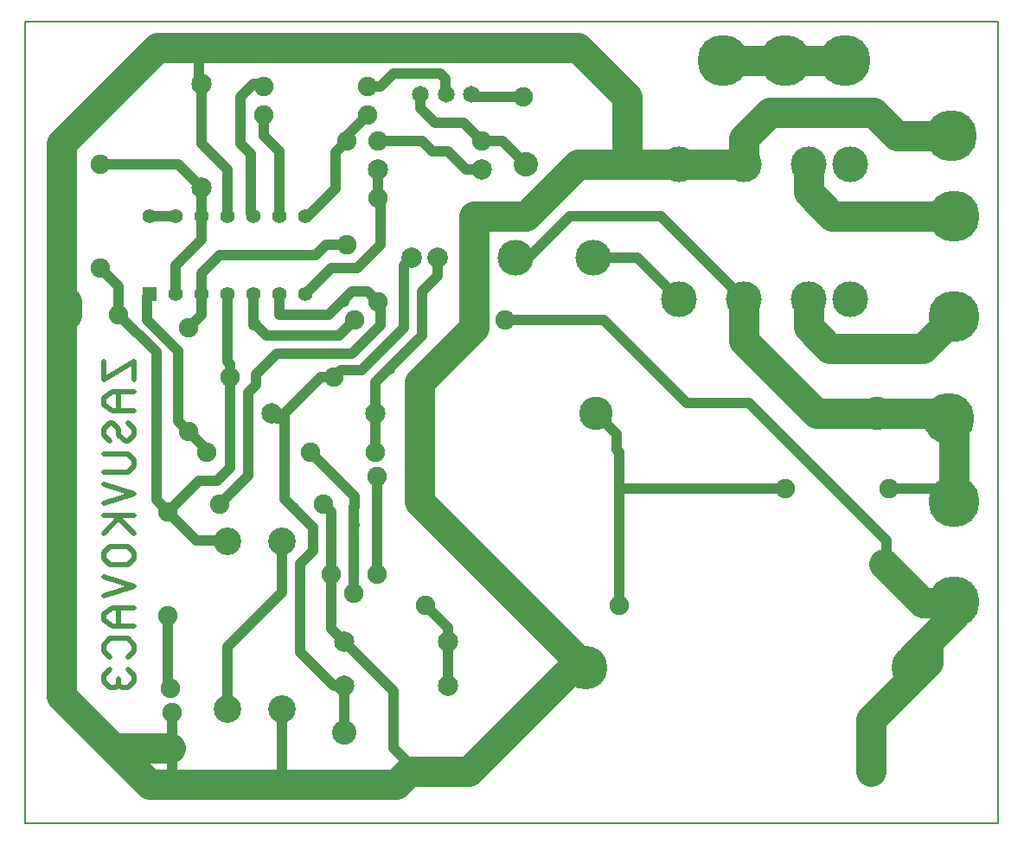
<source format=gbr>
%AMTOOL8*
1,1,0.0750,0,0*
%
%AMTOOL9*
1,1,0.0750,0,0*
%
%AMTOOL10*
1,1,0.1287,0,0*
%
%AMTOOL11*
1,1,0.0940,0,0*
%
%AMTOOL12*
21,1,0.0550,0.0550,0.0000,0.0000,0.00*
%
%AMTOOL13*
1,1,0.0550,0,0*
%
%AMTOOL14*
1,1,0.1681,0,0*
%
%AMTOOL15*
1,1,0.0940,0,0*
%
%AMTOOL16*
1,1,0.1969,0,0*
%
%AMTOOL17*
1,1,0.1969,0,0*
%
%AMTOOL18*
1,1,0.1063,0,0*
%
%AMTOOL19*
1,1,0.1378,0,0*
%
%AMTOOL20*
1,1,0.1378,0,0*
%
%AMTOOL21*
1,1,0.0787,0,0*
%
%AMTOOL22*
1,1,0.0785,0,0*
%
%AMTOOL23*
1,1,0.0785,0,0*
%
%AMTOOL24*
1,1,0.0650,0,0*
%
%ADD10C,0.002*%
%ADD11C,2.048*%
%ADD12C,0.008*%
%ADD13C,0.039*%
%ADD14C,0.050*%
%ADD15C,0.118*%
%ADD16C,0.078*%
%ADD17C,0.019*%
%ADD18TOOL8*%
%ADD19TOOL9*%
%ADD20TOOL10*%
%ADD21TOOL11*%
%ADD22TOOL12*%
%ADD23TOOL13*%
%ADD24TOOL14*%
%ADD25TOOL15*%
%ADD26TOOL16*%
%ADD27TOOL17*%
%ADD28TOOL18*%
%ADD29TOOL19*%
%ADD30TOOL20*%
%ADD31TOOL21*%
%ADD32TOOL22*%
%ADD33TOOL23*%
%ADD34TOOL24*%
%FSLAX34Y34*%
G01X0Y0D02*
G01X61000Y39500D02*
G54D12*
G01Y8600D01*
X23500D02*
Y39500D01*
X61000Y8600D02*
X23500D01*
X61000Y39500D02*
X23500D01*
G01X26506Y26396D02*
G54D17*
G01Y25684D01*
X27694Y26396*
Y25684*
Y25208D02*
X26862D01*
X26506Y24971*
Y24733*
X26862Y24496*
X27694*
X27100D02*
Y25208D01*
X27456Y24020D02*
X27694Y23783D01*
Y23545*
X27456Y23308*
X27338*
X27100Y23545*
Y23783*
X26862Y24020*
X26744*
X26506Y23783*
Y23545*
X26744Y23308*
X26506Y22832D02*
X27456D01*
X27694Y22595*
Y22357*
X27456Y22120*
X26506*
Y21644D02*
X27694Y21288D01*
X26506Y20932*
X27694Y20456D02*
X26506D01*
X27100D02*
Y20338D01*
X26506Y19744*
X27100Y20338D02*
X27694Y19744D01*
X27456Y19268D02*
X27694Y19031D01*
Y18793*
X27456Y18556*
X26744*
X26506Y18793*
Y19031*
X26744Y19268*
X27456*
X26506Y18080D02*
X27694Y17724D01*
X26506Y17368*
X27694Y16892D02*
X26862D01*
X26506Y16655*
Y16417*
X26862Y16180*
X27694*
X27100D02*
Y16892D01*
X27456Y14992D02*
X27694Y15229D01*
Y15467*
X27456Y15704*
X26744*
X26506Y15467*
Y15229*
X26744Y14992*
X27456Y14516D02*
X27694Y14279D01*
Y14041*
X27456Y13804*
X27219*
X27100Y13922*
Y14160*
Y13922D02*
X26981Y13804D01*
X26744*
X26506Y14041*
Y14279*
X26744Y14516*
G01X28300Y32000D02*
G54D13*
G01X29300D01*
X38732Y36700D02*
Y36168D01*
X39300Y35600*
X40400*
X41100Y34900*
X41900*
X42800Y34000*
X38800Y27400D02*
X37750Y26350D01*
X38800Y27400D02*
Y29100D01*
X39400Y29700*
Y30400*
X37550Y26150D02*
X37500Y26100D01*
X37550Y26150D02*
Y26100D01*
X37750Y26350D02*
X37550Y26150D01*
X37500Y26100D02*
X37550D01*
X37750Y26350D02*
X37000Y25600D01*
Y24400*
Y22900*
X30300Y28200D02*
X29800Y27700D01*
X30300Y29000D02*
Y28200D01*
Y29800D02*
Y29000D01*
X31000Y30500D02*
X30300Y29800D01*
X34700Y30500D02*
X31000D01*
X35100Y30900D02*
X34700Y30500D01*
X35900Y30900D02*
X35100D01*
X28200Y28900D02*
X28300Y29000D01*
X28200Y28000D02*
Y28900D01*
X29400Y26800D02*
X28200Y28000D01*
X29400Y26800D02*
Y24100D01*
X29800Y23700*
X30500Y23000*
Y22900*
X38930Y17000D02*
X39800Y16130D01*
Y15600*
Y13900*
X32200Y32100D02*
X32300Y32000D01*
X32200Y34400D02*
Y32100D01*
X31800Y34800D02*
X32200Y34400D01*
X31800Y35500D02*
Y34800D01*
Y35500D02*
Y36600D01*
X32300Y37100*
X32600*
X32700Y37000*
X29400Y34000D02*
X26400D01*
X30200Y33200D02*
X29400Y34000D01*
X30300Y33100D02*
X30200Y33200D01*
X30300Y32000D02*
Y33100D01*
Y32000D02*
Y31100D01*
X29300Y30100*
Y29000*
G01X61000Y39500D02*
G54D12*
G01Y8600D01*
X23500D02*
Y39500D01*
X61000Y8600D02*
X23500D01*
X61000Y39500D02*
X23500D01*
G01X36700Y37000D02*
G54D13*
G01X37200D01*
X37700Y37500*
X39500*
X39600Y37400*
X39500Y37500*
X39600Y37400D02*
X39700Y37300D01*
Y36700*
X39716*
X46300Y23600D02*
X45500Y24400D01*
X46300Y23000D02*
Y23600D01*
X46400Y22900D02*
X46300Y23000D01*
X46400Y21600D02*
Y22900D01*
Y17000D02*
Y21600D01*
X46500Y21500*
X52800*
X40800Y36600D02*
X40700Y36700D01*
X42700Y36600D02*
X40800D01*
X32700Y35100D02*
Y35900D01*
Y35100D02*
X33300Y34500D01*
Y32000*
X29000Y16600D02*
Y13900D01*
X29100Y13800*
G54D18*
X29800Y23700D03*
Y27700D03*
G54D19*
X36700Y35900D03*
X32700D03*
Y37000D03*
X36700D03*
X42000Y28000D03*
X36200D03*
X30500Y22900D03*
X34500D03*
X35000Y20900D03*
X31000D03*
G01X34400Y32000D02*
G54D13*
G01X34300D01*
X35450Y33050D02*
X34400Y32000D01*
X35450Y33050D02*
Y34450D01*
X35900Y34900*
Y35100*
X36700Y35900*
G54D20*
X45500Y24400D03*
X56333D03*
G54D21*
X56100Y10600D03*
X40600D03*
X41100Y18600D03*
X56600D03*
G54D22*
X28300Y29000D03*
G54D23*
X29300D03*
X30300D03*
X31300D03*
X32300D03*
X33300D03*
X34300D03*
Y32000D03*
X33300D03*
X32300D03*
X31300D03*
X30300D03*
X29300D03*
X28300D03*
G54D24*
X45100Y14600D03*
X57716D03*
G54D19*
X29100Y13800D03*
X29152Y12852D03*
X37000Y22900D03*
X37052Y21952D03*
X52800Y21500D03*
X56800D03*
G01X31300Y13000D02*
G54D13*
G01Y15400D01*
X32700Y16800*
X33400Y17500*
Y19468*
Y19500*
Y19468*
X36150Y17450D02*
Y19600D01*
Y20050D02*
X36200Y20100D01*
X36150Y20050*
Y19600*
Y20800*
X34500Y22900D02*
X36200Y21200D01*
Y20800*
X36150*
G54D19*
X35400Y25800D03*
X31400D03*
G54D18*
X35900Y30900D03*
Y34900D03*
X29000Y16600D03*
Y20600D03*
X37100Y28700D03*
Y32700D03*
X26400Y30000D03*
Y34000D03*
G54D19*
X42700Y36600D03*
X46700D03*
X37100Y34900D03*
X41100D03*
X25100Y28200D03*
X27100D03*
G54D21*
X42800Y34000D03*
X44800D03*
G54D25*
X35800Y12100D03*
Y10100D03*
G54D18*
X35300Y18200D03*
X36150Y17450D03*
X37050Y18200D03*
G01X42900Y30400D02*
G54D13*
G01X42400D01*
X43900Y31400D02*
X42900Y30400D01*
X44500Y32000D02*
X43900Y31400D01*
X45300Y32000D02*
X44500D01*
X48000D02*
X45300D01*
X49500Y30500D02*
X48000Y32000D01*
X49500Y30500D02*
X51200Y28800D01*
G01X51200Y28800D02*
G54D15*
G01X51180Y28780D01*
X51200D02*
Y28800D01*
G01X51200Y28800D02*
G54D13*
G01X51180Y28780D01*
X51200Y28800*
G01X51200Y28800D02*
G54D15*
G01X51180Y28780D01*
X51200D02*
Y28800D01*
X51180Y28780D02*
X51200D01*
Y27200*
X51180Y28780D02*
X51200D01*
X52100Y26300D02*
X51200Y27200D01*
X54000Y24400D02*
X52100Y26300D01*
X56300Y24400D02*
X54000D01*
X56300D02*
X56333D01*
X56300*
X59000D02*
X56333D01*
X59300Y24100D02*
X59000Y24400D01*
X59300Y24100D02*
Y23200D01*
G01X58800Y21500D02*
G54D13*
G01X59300Y21000D01*
X56800Y21500D02*
X58800D01*
G01X59300Y22300D02*
G54D15*
G01Y21000D01*
Y22300*
Y23200*
X59100Y24200D02*
X59300Y24000D01*
Y23200*
X53680Y28780D02*
Y27720D01*
X54500Y26900*
X58100*
X59300Y28100*
Y28116*
X25100Y28200D02*
Y28700D01*
X24900Y28900*
Y34800*
Y28900D02*
Y26000D01*
Y15200*
Y14800*
Y15200D02*
Y13500D01*
X26700Y11700*
X26900Y11500D02*
X29100D01*
G01X29152Y11552D02*
G54D13*
G01X29100Y11500D01*
X29152Y12852D02*
Y11552D01*
X33400Y13000D02*
Y12300D01*
G01X38600Y10600D02*
G54D15*
G01X38300D01*
X40600*
X38300D02*
X38600D01*
X38700Y25600D02*
Y24200D01*
X40800Y27700D02*
X38700Y25600D01*
X40800Y27700D02*
Y30000D01*
Y32000*
X42800*
X43500Y32700*
X44800Y34000*
G01X44800Y34000D02*
G54D13*
G01X46500D01*
G01X44800Y34000D02*
G54D15*
G01X46900D01*
X48680*
X46700Y34200D02*
X46900Y34000D01*
X46700Y36600D02*
Y34200D01*
X44800Y38500D02*
X46700Y36600D01*
X44800Y38500D02*
X31900D01*
X31300*
X31100*
X30200*
X28600*
G01X30200Y37200D02*
G54D13*
G01Y38500D01*
X30300Y37100D02*
X30200Y37200D01*
X30300Y34800D02*
Y37100D01*
X31300Y33800D02*
X30300Y34800D01*
X31300Y32000D02*
Y33800D01*
G01X24900Y34800D02*
G54D15*
G01X28600Y38500D01*
G01X48680Y34000D02*
G54D13*
G01X48700D01*
X48680Y33980D02*
Y34000D01*
G01X48680Y34000D02*
G54D15*
G01X51180D01*
X48680Y33980D02*
Y34000D01*
G01X46500Y34000D02*
G54D13*
G01X48680D01*
X48700D02*
X48680Y33980D01*
X48700Y34000D02*
X51180D01*
X51200*
X51180Y33980D02*
Y34000D01*
G01X51180Y34000D02*
G54D15*
G01X51200D01*
X51180Y33980D02*
Y34000D01*
G01X51200Y34000D02*
G54D13*
G01X51180Y33980D01*
X51200Y34000*
G01X51200Y34000D02*
G54D15*
G01X51180Y33980D01*
X51200Y34000*
Y35000*
X52200Y36000*
X56200*
X56700Y35500*
X57100Y35100*
X59200*
Y35084*
X38300Y10600D02*
X37800Y10100D01*
X35800*
X26700Y11700D02*
X26900Y11500D01*
X35800Y10100D02*
X33400D01*
X28300D02*
X26700Y11700D01*
X33400Y10100D02*
X29200D01*
G01X33400Y12300D02*
G54D13*
G01Y10100D01*
X37700Y11500D02*
X38600Y10600D01*
G01X41100Y18600D02*
G54D15*
G01X45100Y14600D01*
G01X37700Y12500D02*
G54D13*
G01Y11500D01*
X35800Y15600D02*
X37700Y13700D01*
Y12500*
X35800Y15600D02*
X35300Y16100D01*
Y18200*
Y19600*
G01X38700Y24200D02*
G54D15*
G01Y21000D01*
X41100Y18600*
G01X35000Y20900D02*
G54D13*
G01X35300Y20600D01*
Y19600*
G01X40600Y10600D02*
G54D15*
G01X44600Y14600D01*
X45100*
X29200Y10100D02*
X28300D01*
G01X29152Y11552D02*
G54D13*
G01Y10148D01*
X29200Y10100*
G01X53680Y33980D02*
G54D15*
G01Y32920D01*
X54600Y32000*
X59300*
G01X42000Y28000D02*
G54D13*
G01X45800D01*
X46800Y27000*
X49000Y24800*
X51400*
X56700Y19500*
Y18700*
X56600Y18600*
G01X57716Y15016D02*
G54D15*
G01X58300Y15600D01*
Y14800*
X57908Y14408*
X56450Y12950*
X57716Y14600D02*
X57908Y14408D01*
X57700Y14600D02*
X57716D01*
X57708Y14608*
X57716Y14600D02*
X57700D01*
X57716D02*
Y15016D01*
X57708Y14608D02*
X57700Y14600D01*
X56450Y12950D02*
X56100Y12600D01*
Y10600*
X58300Y15600D02*
X59300Y16600D01*
Y17100*
Y17116*
Y17100D02*
X58100D01*
X56600Y18600*
G54D26*
X59300Y32000D03*
Y28116D03*
G54D27*
X52800Y38000D03*
X55100D03*
X50400D03*
G01X33850Y20750D02*
G54D13*
G01X33900Y20700D01*
X34600Y20000*
X33900Y20700D02*
X33850Y20750D01*
X38100Y27700D02*
Y30100D01*
X38400Y30400*
X35400Y13900D02*
X35800D01*
Y12100*
X35200Y14100D02*
X35400Y13900D01*
X34600Y20000D02*
Y19100D01*
X36450Y26050D02*
X38100Y27700D01*
X36450Y26050D02*
X35650D01*
X35400Y25800*
X34900*
X33500Y24400*
Y24200*
Y21100D02*
X33900Y20700D01*
X33850Y20750*
X34600Y19100D02*
X34100Y18600D01*
Y18000*
X34800Y14500D02*
X35200Y14100D01*
X34100Y18000D02*
Y15200D01*
X34800Y14500*
X33500Y24200D02*
Y21100D01*
Y24200D02*
X33200D01*
X33000Y24400*
X37050Y18200D02*
Y21950D01*
X37052Y21952*
X37100Y22000*
X37052Y21952*
G54D28*
X33400Y13000D03*
Y19468D03*
X31300Y13000D03*
Y19468D03*
G54D29*
X55300Y28800D03*
X53680Y28780D03*
X51180D03*
X48680D03*
Y33980D03*
X51180D03*
X53680D03*
X55300D03*
G01X35300Y30000D02*
G54D13*
G01X34300Y29000D01*
X36300Y30000D02*
X35300D01*
X37200Y30900D02*
X36300Y30000D01*
X37200Y32000D02*
Y30900D01*
Y32200D02*
Y32000D01*
Y32200*
Y32600*
X37100Y32700*
Y33800*
X27100Y29300D02*
X26400Y30000D01*
X27100Y28200D02*
Y29300D01*
X28550Y26750D02*
X27100Y28200D01*
X28550Y26400D02*
Y26450D01*
Y26400*
Y21050*
X29000Y20600*
X31300Y29000D02*
Y26400D01*
X28550Y26450D02*
Y26750D01*
X31400Y25800D02*
Y26300D01*
X31300Y26400*
X31400Y24500D02*
Y25800D01*
Y24500D02*
Y22300D01*
X29000Y20600D02*
X30100Y19500D01*
X31300*
Y19468*
X29600Y21200D02*
X29000Y20600D01*
X29600Y21200D02*
X30200Y21800D01*
X30900*
X31400Y22300*
G54D30*
X45400Y30400D03*
X42400D03*
G54D31*
X39400D03*
X38400D03*
G01X37100Y34900D02*
G54D13*
G01X38800D01*
X39200Y34500*
X39800*
X40500Y33800*
X41100*
X48700Y28800D02*
X48680Y28780D01*
Y28800*
X48700*
X45400Y30400D02*
X47100D01*
X48700Y28800*
X48680Y28780*
G01X26506Y26396D02*
G54D17*
G01Y25684D01*
X27694Y26396*
Y25684*
Y25208D02*
X26862D01*
X26506Y24971*
Y24733*
X26862Y24496*
X27694*
X27100D02*
Y25208D01*
X27456Y24020D02*
X27694Y23783D01*
Y23545*
X27456Y23308*
X27338*
X27100Y23545*
Y23783*
X26862Y24020*
X26744*
X26506Y23783*
Y23545*
X26744Y23308*
X26506Y22832D02*
X27456D01*
X27694Y22595*
Y22357*
X27456Y22120*
X26506*
Y21644D02*
X27694Y21288D01*
X26506Y20932*
X27694Y20456D02*
X26506D01*
X27100D02*
Y20338D01*
X26506Y19744*
X27100Y20338D02*
X27694Y19744D01*
X27456Y19268D02*
X27694Y19031D01*
Y18793*
X27456Y18556*
X26744*
X26506Y18793*
Y19031*
X26744Y19268*
X27456*
X26506Y18080D02*
X27694Y17724D01*
X26506Y17368*
X27694Y16892D02*
X26862D01*
X26506Y16655*
Y16417*
X26862Y16180*
X27694*
X27100D02*
Y16892D01*
X27456Y14992D02*
X27694Y15229D01*
Y15467*
X27456Y15704*
X26744*
X26506Y15467*
Y15229*
X26744Y14992*
X27456Y14516D02*
X27694Y14279D01*
Y14041*
X27456Y13804*
X27219*
X27100Y13922*
Y14160*
Y13922D02*
X26981Y13804D01*
X26744*
X26506Y14041*
Y14279*
X26744Y14516*
G01X32300Y27900D02*
G54D13*
G01Y29000D01*
Y27800D02*
Y27900D01*
Y27800*
X32350Y27850D02*
X32300Y27900D01*
X32500Y27700D02*
X32350Y27850D01*
X32300Y27800*
X32500Y27700D02*
X32800Y27400D01*
X34700*
X35600*
X36200Y28000*
X37200Y27800D02*
X36400Y27000D01*
X37200Y28600D02*
Y27800D01*
X37100Y28700D02*
X37200Y28600D01*
X36700Y29100D02*
X37100Y28700D01*
X36500Y29100D02*
X36700D01*
X36100D02*
X36500D01*
X35550Y28550D02*
X36100Y29100D01*
X35200Y28200D02*
X35550Y28550D01*
X35700Y28700*
X35800*
X35700*
X35200Y28200D02*
X33300D01*
Y29000*
X32400Y25900D02*
Y25500D01*
Y25900D02*
X33200Y26700D01*
X33900*
X36100*
X36400Y27000*
X32100Y25200D02*
X32400Y25500D01*
X32100Y22400D02*
Y25200D01*
Y22400D02*
Y22000D01*
X31000Y20900*
G54D32*
X30300Y33100D03*
Y37100D03*
G54D33*
X35800Y13900D03*
X39800D03*
X33000Y24400D03*
X37000D03*
X41100Y33800D03*
X37100D03*
G54D34*
X40700Y36700D03*
X39716D03*
X38732D03*
G54D33*
X39800Y15600D03*
X35800D03*
G54D19*
X46400Y17000D03*
X38930D03*
G54D26*
X59100Y24200D03*
X59200Y35084D03*
X59300Y21000D03*
Y17116D03*
G01X50400Y38000D02*
G54D15*
G01X52800D01*
X55100*
X0Y0D02*
M02*

</source>
